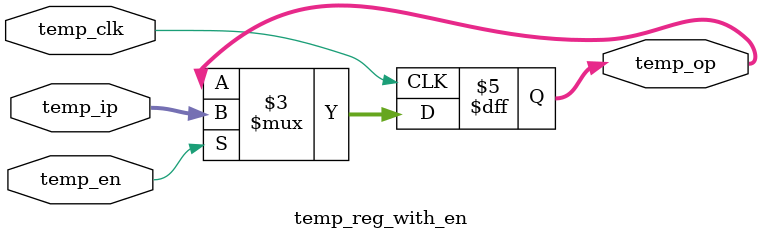
<source format=v>
module temp_reg_with_en(temp_ip, temp_op, temp_clk, temp_en);
 input wire [15:0] temp_ip;
 output reg [15:0] temp_op;
 input wire temp_clk, temp_en;
 
 always@ (posedge temp_clk)
 begin
 if(temp_en) begin
  temp_op = temp_ip;
  end
 end
endmodule
</source>
